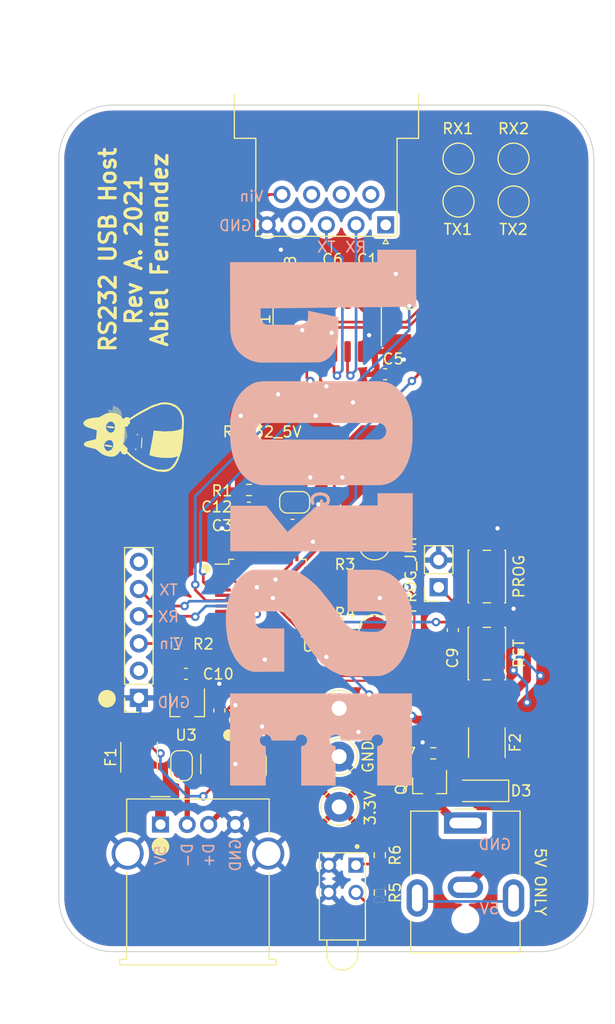
<source format=kicad_pcb>
(kicad_pcb (version 20210228) (generator pcbnew)
  (layers (0 "F.Cu" signal) (31 "B.Cu" signal) (34 "B.Paste" user) (35 "F.Paste" user) (36 "B.SilkS" user "B.Silkscreen") (37 "F.SilkS" user "F.Silkscreen") (38 "B.Mask" user) (39 "F.Mask" user) (44 "Edge.Cuts" user))
  (net 0 "")
  (net 1 "Net-(C1-Pad2)")
  (net 2 "Net-(C1-Pad1)")
  (net 3 "Net-(C2-Pad2)")
  (net 4 "GND")
  (net 5 "Net-(C12-Pad1)")
  (net 6 "+3V3")
  (net 7 "Net-(C6-Pad2)")
  (net 8 "Net-(C6-Pad1)")
  (net 9 "Net-(C7-Pad1)")
  (net 10 "Net-(C8-Pad1)")
  (net 11 "RESET")
  (net 12 "+5V")
  (net 14 "TX_2")
  (net 15 "RX_2")
  (net 16 "Net-(CONN1-Pad3)")
  (net 18 "Net-(D1-Pad3)")
  (net 19 "Net-(D3-Pad2)")
  (net 20 "Net-(D3-Pad1)")
  (net 21 "Net-(F1-Pad1)")
  (net 22 "Net-(J1-Pad10)")
  (net 23 "Net-(J1-Pad9)")
  (net 24 "Net-(J1-Pad8)")
  (net 25 "Net-(J1-Pad7)")
  (net 26 "Net-(J1-Pad6)")
  (net 27 "Net-(J1-Pad5)")
  (net 28 "Net-(J1-Pad4)")
  (net 29 "Net-(J1-Pad3)")
  (net 30 "Net-(J1-Pad2)")
  (net 31 "Net-(J1-Pad1)")
  (net 32 "Net-(J2-Pad9)")
  (net 37 "TX_RS232_1")
  (net 38 "RX_RS232_1")
  (net 40 "TX_RS232_2")
  (net 41 "RX_RS232_2")
  (net 42 "Net-(J4-Pad3)")
  (net 43 "Net-(J4-Pad2)")
  (net 44 "unconnected-(J5-PadMP)")
  (net 45 "Net-(J5-Pad1)")
  (net 46 "D+")
  (net 47 "D-")
  (net 48 "Net-(R3-Pad1)")
  (net 49 "Net-(R4-Pad2)")
  (net 50 "DEBUG")
  (net 51 "PROG")
  (net 52 "RX_1")
  (net 53 "TX_1")
  (net 78 "Net-(R6-Pad2)")
  (footprint "Capacitor_SMD:C_0603_1608Metric" (layer "F.Cu") (at 120.5 105.5 90)
    (fp_text reference "C11")
    (fp_text value "1u")
  )
  (footprint "Icons:Cat" (layer "F.Cu") (at 112.5 80 90)
    (fp_text reference "G***" hide)
    (fp_text value "LOGO" hide)
  )
  (footprint "TestPoint:TestPoint_Pad_D2.5mm" (layer "F.Cu") (at 142.85 58 -90)
    (fp_text reference "TX1")
    (fp_text value "TX1")
  )
  (footprint "Fuse:Fuse_1812_4532Metric" (layer "F.Cu") (at 145.5 108.5 -90)
    (fp_text reference "F2")
    (fp_text value "Polyfuse")
  )
  (footprint "Package_TO_SOT_SMD:SOT-23" (layer "F.Cu") (at 140.154 112.5 -90)
    (fp_text reference "Q1")
    (fp_text value "SI2301CDS-T1-GE3")
  )
  (footprint "TestPoint:TestPoint_Pad_D2.5mm" (layer "F.Cu") (at 142.85 54 -90)
    (fp_text reference "RX1")
    (fp_text value "RX1")
  )
  (footprint "TestPoint:TestPoint_Loop_D2.60mm_Drill1.4mm_Beaded" (layer "F.Cu") (at 131.7 109.8 90)
    (fp_text reference "GND")
    (fp_text value "GND")
  )
  (footprint "Jumper:SolderJumper-2_P1.3mm_Open_RoundedPad1.0x1.5mm" (layer "F.Cu") (at 124.525 81.946 90)
    (fp_text reference "RS232_5V")
    (fp_text value "Jumper_NO_Small")
  )
  (footprint "TestPoint:TestPoint_Loop_D2.60mm_Drill1.4mm_Beaded" (layer "F.Cu") (at 131.7 114.5 90)
    (fp_text reference "3.3V")
    (fp_text value "3.3V")
  )
  (footprint "Jumper:SolderJumper-2_P1.3mm_Open_RoundedPad1.0x1.5mm" (layer "F.Cu") (at 127.54 86.07 180)
    (fp_text reference "JP1" hide)
    (fp_text value "Jumper_NO_Small")
  )
  (footprint "Package_TO_SOT_SMD:SOT-23-6" (layer "F.Cu") (at 120.38 110.5 -90)
    (fp_text reference "U4")
    (fp_text value "USBLC6-2SC6")
  )
  (footprint "Diode_SMD:D_MiniMELF" (layer "F.Cu") (at 145 113 180)
    (fp_text reference "D3")
    (fp_text value "ZMMxx")
  )
  (footprint "Connector_USB:USB_A_Molex_67643_Horizontal" (layer "F.Cu") (at 115 116.14)
    (fp_text reference "J4" hide)
    (fp_text value "USB_A")
  )
  (footprint "Capacitor_SMD:C_0603_1608Metric" (layer "F.Cu") (at 128.58 64.025 90)
    (fp_text reference "C8")
    (fp_text value "1u")
  )
  (footprint "Resistor_SMD:R_0603_1608Metric" (layer "F.Cu") (at 133 95 180)
    (fp_text reference "R4")
    (fp_text value "0")
  )
  (footprint "Resistor_SMD:R_0603_1608Metric" (layer "F.Cu") (at 135.5 119 -90)
    (fp_text reference "R6")
    (fp_text value "160")
  )
  (footprint "Jumper:SolderJumper-2_P1.3mm_Open_RoundedPad1.0x1.5mm" (layer "F.Cu") (at 123.88 110.65 90)
    (fp_text reference "JP3" hide)
    (fp_text value "Jumper_NO_Small")
  )
  (footprint "Capacitor_SMD:C_0603_1608Metric" (layer "F.Cu") (at 142.326 98 -90)
    (fp_text reference "C9")
    (fp_text value "0.1u")
  )
  (footprint "Capacitor_SMD:C_0603_1608Metric" (layer "F.Cu") (at 134.33 64.775 180)
    (fp_text reference "C1")
    (fp_text value "1u")
  )
  (footprint "Connector_PinSocket_2.54mm:PinSocket_1x02_P2.54mm_Vertical" (layer "F.Cu") (at 141 94 180)
    (fp_text reference "PROG_JMP")
    (fp_text value "PROG")
  )
  (footprint "LED_WP934MD:2GD" (layer "F.Cu") (at 132 122.8525 -90)
    (fp_text reference "D1")
    (fp_text value "WP934MD/2GD")
  )
  (footprint "Capacitor_SMD:C_0603_1608Metric" (layer "F.Cu") (at 131.08 64.775 180)
    (fp_text reference "C6")
    (fp_text value "1u")
  )
  (footprint "TestPoint:TestPoint_Pad_D2.5mm" (layer "F.Cu") (at 135 90)
    (fp_text reference "TP9" hide)
    (fp_text value "D-")
  )
  (footprint "Capacitor_SMD:C_0603_1608Metric" (layer "F.Cu") (at 136 76.121 180)
    (fp_text reference "C4")
    (fp_text value "2.2u")
  )
  (footprint "TestPoint:TestPoint_Loop_D2.60mm_Drill1.4mm_Beaded" (layer "F.Cu") (at 131.7 105.3 90)
    (fp_text reference "5V")
    (fp_text value "5V")
  )
  (footprint "Capacitor_SMD:C_0603_1608Metric" (layer "F.Cu") (at 136 74.121)
    (fp_text reference "C5")
    (fp_text value "0.1u")
  )
  (footprint "Jumper:SolderJumper-2_P1.3mm_Open_RoundedPad1.0x1.5mm" (layer "F.Cu") (at 116.968 110.648 90)
    (fp_text reference "JP4" hide)
    (fp_text value "Jumper_NO_Small")
  )
  (footprint "Package_TO_SOT_SMD:SOT-23W" (layer "F.Cu") (at 117.5 105 -90)
    (fp_text reference "U3")
    (fp_text value "XC6206")
  )
  (footprint "Resistor_SMD:R_0603_1608Metric" (layer "F.Cu") (at 116.5 99.25 180)
    (fp_text reference "R2")
    (fp_text value "0")
  )
  (footprint "Capacitor_SMD:C_0603_1608Metric" (layer "F.Cu") (at 117.373 102.079)
    (fp_text reference "C10")
    (fp_text value "1u")
  )
  (footprint "Package_SO:SOIC-16_3.9x9.9mm_P1.27mm" (layer "F.Cu") (at 130.58 69.525 -90)
    (fp_text reference "U1")
    (fp_text value "MAX3232")
  )
  (footprint "TestPoint:TestPoint_Pad_D2.5mm" (layer "F.Cu") (at 135 98)
    (fp_text reference "TP8" hide)
    (fp_text value "D+")
  )
  (footprint "Fuse:Fuse_1812_4532Metric" (layer "F.Cu") (at 113 109.8625 90)
    (fp_text reference "F1")
    (fp_text value "Polyfuse")
  )
  (footprint "Capacitor_SMD:C_0603_1608Metric" (layer "F.Cu") (at 123.263 86.574 180)
    (fp_text reference "C12")
    (fp_text value "0.1u")
  )
  (footprint "Button_Switch_SMD:SW_SPST_EVQP2" (layer "F.Cu") (at 145.5 93 90)
    (fp_text reference "SW1" hide)
    (fp_text value "PROG")
  )
  (footprint "Capacitor_SMD:C_0603_1608Metric" (layer "F.Cu") (at 136.83 67.275 90)
    (fp_text reference "C7")
    (fp_text value "1u")
  )
  (footprint "Resistor_SMD:R_0603_1608Metric" (layer "F.Cu") (at 133 93.3)
    (fp_text reference "R3")
    (fp_text value "0")
  )
  (footprint "Button_Switch_SMD:SW_SPST_EVQP2" (layer "F.Cu") (at 145.504 100.188 90)
    (fp_text reference "SW2" hide)
    (fp_text value "RST")
  )
  (footprint "Connector_Dsub:DSUB-9_Male_Horizontal_P2.77x2.84mm_EdgePinOffset9.40mm" (layer "F.Cu") (at 136.05 60.180331 180)
    (fp_text reference "J2" hide)
    (fp_text value "DB9_Male")
  )
  (footprint "Package_QFP:LQFP-48_7x7mm_P0.5mm" (layer "F.Cu") (at 125 95)
    (fp_text reference "U2")
    (fp_text value "CH559L")
  )
  (footprint "Resistor_SMD:R_0603_1608Metric" (layer "F.Cu") (at 135.5 122.5 -90)
    (fp_text reference "R5")
    (fp_text value "160")
  )
  (footprint "Capacitor_SMD:C_0603_1608Metric" (layer "F.Cu") (at 127.34 88.17 180)
    (fp_text reference "C2")
    (fp_text value "0.1u")
  )
  (footprint "Connector_PinSocket_2.54mm:PinSocket_1x06_P2.54mm_Vertical" (layer "F.Cu") (at 112.975 104.325 180)
    (fp_text reference "CONN1" hide)
    (fp_text value "FTDI_Connector")
  )
  (footprint "Connector_BarrelJack:BarrelJack_CUI_PJ-063AH_Horizontal" (layer "F.Cu") (at 143.5 116)
    (fp_text reference "J5" hide)
    (fp_text value "5V_IN")
  )
  (footprint "Capacitor_SMD:C_0603_1608Metric" (layer "F.Cu") (at 123.275484 88.17 180)
    (fp_text reference "C3")
    (fp_text value "10u")
  )
  (footprint "Resistor_SMD:R_0603_1608Metric" (layer "F.Cu") (at 140.5 109.5 180)
    (fp_text reference "R7")
    (fp_text value "100")
  )
  (footprint "Resistor_SMD:R_0603_1608Metric" (layer "F.Cu") (at 123.275484 84.923)
    (fp_text reference "R1")
    (fp_text value "0")
  )
  (footprint "TestPoint:TestPoint_Pad_D2.5mm" (layer "F.Cu") (at 148 54)
    (fp_text reference "RX2")
    (fp_text value "RX2")
  )
  (footprint "TestPoint:TestPoint_Pad_D2.5mm" (layer "F.Cu") (at 148 58)
    (fp_text reference "TX2")
    (fp_text value "TX2")
  )
  (footprint "Icons:Poise" (layer "B.Cu") (at 130 87.5 -90)
    (fp_text reference "G***")
    (fp_text value "LOGO" hide)
  )
  (gr_circle (center 119.25 92.25) (end 119.603553 92.25) (layer "F.SilkS") (width 0.2) (fill solid))
  (gr_circle (center 135.8 65.6) (end 136 65.6) (layer "F.SilkS") (width 0.2) (fill solid))
  (gr_circle (center 115 118.2) (end 115.72111 118.2) (layer "F.SilkS") (width 0.2) (fill solid))
  (gr_circle (center 110 104.4) (end 110.72111 104.4) (layer "F.SilkS") (width 0.2) (fill solid))
  (gr_circle (center 121.4 107.8) (end 121.847214 107.8) (layer "F.SilkS") (width 0.2) (fill solid))
  (gr_line (start 150.5 49) (end 110.5 49) (layer "Edge.Cuts") (width 0.1))
  (gr_line (start 105.5 123) (end 105.5 54) (layer "Edge.Cuts") (width 0.1))
  (gr_arc (start 150.5 123) (end 150.5 128) (angle -90) (layer "Edge.Cuts") (width 0.1))
  (gr_line (start 155.5 54) (end 155.5 123) (layer "Edge.Cuts") (width 0.1))
  (gr_line (start 150.5 128) (end 110.5 128) (layer "Edge.Cuts") (width 0.1))
  (gr_arc (start 150.5 54) (end 155.5 54) (angle -90) (layer "Edge.Cuts") (width 0.1))
  (gr_arc (start 110.5 54) (end 110.5 49) (angle -90) (layer "Edge.Cuts") (width 0.1))
  (gr_arc (start 110.5 123) (end 110.5 128) (angle 90) (layer "Edge.Cuts") (width 0.1))
  (gr_text "TX" (at 115.75 94.25) (layer "B.SilkS") (effects (font (size 1 1)) (justify mirror)))
  (gr_text "Vin" (at 116 99.25) (layer "B.SilkS") (effects (font (size 1 1)) (justify mirror)))
  (gr_text "5V" (at 145.75 124) (layer "B.SilkS") (effects (font (size 1 1)) (justify mirror)))
  (gr_text "D-" (at 117.5 119 90) (layer "B.SilkS") (effects (font (size 1 1)) (justify mirror)))
  (gr_text "RX" (at 133.25 62.25) (layer "B.SilkS") (effects (font (size 1 1)) (justify mirror)))
  (gr_text "D+" (at 119.5 119 90) (layer "B.SilkS") (effects (font (size 1 1)) (justify mirror)))
  (gr_text "GND" (at 146.25 118) (layer "B.SilkS") (effects (font (size 1 1)) (justify mirror)))
  (gr_text "RX" (at 115.75 96.75) (layer "B.SilkS") (effects (font (size 1 1)) (justify mirror)))
  (gr_text "GND" (at 122 119 90) (layer "B.SilkS") (effects (font (size 1 1)) (justify mirror)))
  (gr_text "Vin" (at 123.5 57.5) (layer "B.SilkS") (effects (font (size 1 1)) (justify mirror)))
  (gr_text "GND" (at 122 60.25) (layer "B.SilkS") (effects (font (size 1 1)) (justify mirror)))
  (gr_text "GND" (at 116.25 104.75) (layer "B.SilkS") (effects (font (size 1 1)) (justify mirror)))
  (gr_text "TX" (at 130.5 62.25) (layer "B.SilkS") (effects (font (size 1 1)) (justify mirror)))
  (gr_text "5V" (at 115 119 90) (layer "B.SilkS") (effects (font (size 1 1)) (justify mirror)))
  (gr_text "RS232 USB Host\nRev A. 2021\nAbiel Fernandez" (at 112.5 62.5 90) (layer "F.SilkS") (effects (font (size 1.5 1.5) (thickness 0.3))))
  (gr_text "5V ONLY" (at 150.5 121.5 -90) (layer "F.SilkS") (effects (font (size 1 1))))
  (segment (start 132.485 67.05) (end 132.485 65.845) (width 0.25) (layer "F.Cu") (net 1))
  (segment (start 132.485 65.845) (end 133.555 64.775) (width 0.25) (layer "F.Cu") (net 1))
  (segment (start 135.105 66.97) (end 135.025 67.05) (width 0.25) (layer "F.Cu") (net 2))
  (segment (start 135.105 64.775) (end 135.105 66.97) (width 0.25) (layer "F.Cu") (net 2))
  (segment (start 126.565 88.17) (end 126.565 88.435) (width 0.25) (layer "F.Cu") (net 3))
  (segment (start 126.565 88.17) (end 126.565 86.395) (width 0.25) (layer "F.Cu") (net 3))
  (segment (start 126.565 88.435) (end 125.75 89.25) (width 0.25) (layer "F.Cu") (net 3))
  (segment (start 125.75 89.25) (end 125.75 90.8375) (width 0.25) (layer "F.Cu") (net 3))
  (segment (start 126.565 86.395) (end 126.89 86.07) (width 0.25) (layer "F.Cu") (net 3))
  (segment (start 146.5 90.42) (end 146.5 88.5) (width 0.25) (layer "F.Cu") (net 4))
  (segment (start 120.5 104.725) (end 120.5 103) (width 1) (layer "F.Cu") (net 4))
  (segment (start 119.575 103.8) (end 120.5 104.725) (width 1) (layer "F.Cu") (net 4))
  (segment (start 147.58 95.58) (end 148 96) (width 0.25) (layer "F.Cu") (net 4))
  (segment (start 118.148 103.498) (end 118.45 103.8) (width 1) (layer "F.Cu") (net 4))
  (segment (start 139.5 108.4745) (end 139.5 109.325) (width 0.25) (layer "F.Cu") (net 4))
  (segment (start 128.115 88.17) (end 129.75 86.535) (width 1) (layer "F.Cu") (net 4))
  (segment (start 120.38 109.4) (end 120.38 110.18) (width 0.25) (layer "F.Cu") (net 4))
  (segment (start 121.08 88.17) (end 120.75 88.5) (width 1) (layer "F.Cu") (net 4))
  (segment (start 127 63.25) (end 126.25 62.5) (width 1) (layer "F.Cu") (net 4))
  (segment (start 122.500484 88.17) (end 121.08 88.17) (width 1) (layer "F.Cu") (net 4))
  (segment (start 118.148 102.079) (end 118.148 103.498) (width 1) (layer "F.Cu") (net 4))
  (segment (start 122.488 88.157516) (end 122.500484 88.17) (width 1) (layer "F.Cu") (net 4))
  (segment (start 139.5 109.325) (end 139.675 109.5) (width 0.25) (layer "F.Cu") (net 4))
  (segment (start 133.755 72) (end 133.755 71.2195) (width 0.25) (layer "F.Cu") (net 4))
  (segment (start 133.755 71.2195) (end 134.5 70.4745) (width 0.25) (layer "F.Cu") (net 4))
  (segment (start 136.775 76.121) (end 136.775 74.121) (width 0.25) (layer "F.Cu") (net 4))
  (segment (start 136.775 73.725) (end 137.75 72.75) (width 0.25) (layer "F.Cu") (net 4))
  (segment (start 128.58 63.25) (end 127 63.25) (width 1) (layer "F.Cu") (net 4))
  (segment (start 120.7 110.5) (end 122 110.5) (width 0.25) (layer "F.Cu") (net 4))
  (segment (start 136.775 74.121) (end 136.775 73.725) (width 0.25) (layer "F.Cu") (net 4))
  (segment (start 136.83 66.5) (end 136.83 64.92) (width 1) (layer "F.Cu") (net 4))
  (segment (start 129.75 86.535) (end 129.75 86.25) (width 1) (layer "F.Cu") (net 4))
  (segment (start 124.75 99.1625) (end 124.75 100.75) (width 0.25) (layer "F.Cu") (net 4))
  (segment (start 122.488 86.574) (end 122.488 88.157516) (width 1) (layer "F.Cu") (net 4))
  (segment (start 146.5 95.58) (end 147.58 95.58) (width 0.25) (layer "F.Cu") (net 4))
  (segment (start 136.83 64.92) (end 137 64.75) (width 1) (layer "F.Cu") (net 4))
  (segment (start 118.45 103.8) (end 119.575 103.8) (width 1) (layer "F.Cu") (net 4))
  (segment (start 120.38 110.18) (end 120.7 110.5) (width 0.25) (layer "F.Cu") (net 4))
  (via (at 129.75 86.25) (size 0.8) (drill 0.4) (layers "F.Cu" "B.Cu") (net 4))
  (via (at 126.25 62.5) (size 0.8) (drill 0.4) (layers "F.Cu" "B.Cu") (net 4))
  (via (at 134.5 70.4745) (size 0.8) (drill 0.4) (layers "F.Cu" "B.Cu") (net 4))
  (via (at 120.5 103) (size 0.8) (drill 0.4) (layers "F.Cu" "B.Cu") (net 4))
  (via (at 122 110.5) (size 0.8) (drill 0.4) (layers "F.Cu" "B.Cu") (net 4))
  (via (at 120.75 88.5) (size 0.8) (drill 0.4) (layers "F.Cu" "B.Cu") (net 4))
  (via (at 148 96) (size 0.8) (drill 0.4) (layers "F.Cu" "B.Cu") (net 4))
  (via (at 137.75 72.75) (size 0.8) (drill 0.4) (layers "F.Cu" "B.Cu") (net 4))
  (via (at 137 64.75) (size 0.8) (drill 0.4) (layers "F.Cu" "B.Cu") (net 4))
  (via (at 146.5 88.5) (size 0.8) (drill 0.4) (layers "F.Cu" "B.Cu") (net 4))
  (via (at 124.75 100.75) (size 0.8) (drill 0.4) (layers "F.Cu" "B.Cu") (net 4))
  (via (at 139.5 108.4745) (size 0.8) (drill 0.4) (layers "F.Cu" "B.Cu") (net 4))
  (segment (start 124.42 88.17) (end 125.25 89) (width 0.25) (layer "F.Cu") (net 5))
  (segment (start 124.050484 88.17) (end 124.050484 86.586484) (width 0.25) (layer "F.Cu") (net 5))
  (segment (start 124.038 84.985484) (end 124.100484 84.923) (width 0.25) (layer "F.Cu") (net 5))
  (segment (start 124.038 86.574) (end 124.038 84.985484) (width 0.25) (layer "F.Cu") (net 5))
  (segment (start 124.050484 86.586484) (end 124.038 86.574) (width 0.25) (layer "F.Cu") (net 5))
  (segment (start 125.25 89) (end 125.25 90.8375) (width 0.25) (layer "F.Cu") (net 5))
  (segment (start 124.050484 88.17) (end 124.42 88.17) (width 0.25) (layer "F.Cu") (net 5))
  (segment (start 133 76.75) (end 134.596 76.75) (width 1) (layer "F.Cu") (net 6))
  (segment (start 142.326 104.326) (end 142.5 104.5) (width 0.25) (layer "F.Cu") (net 6))
  (segment (start 116.598 102.079) (end 116.598 103.752) (width 1) (layer "F.Cu") (net 6))
  (segment (start 134.596 76.75) (end 135.225 76.121) (width 1) (layer "F.Cu") (net 6))
  (segment (start 142.5 104.5) (end 144.772 104.5) (width 0.25) (layer "F.Cu") (net 6))
  (segment (start 116.598 103.752) (end 116.55 103.8) (width 1) (layer "F.Cu") (net 6))
  (segment (start 146.982 102.768) (end 148 101.75) (width 0.25) (layer "F.Cu") (net 6))
  (segment (start 122.450484 78.049516) (end 122.5 78) (width 1) (layer "F.Cu") (net 6))
  (segment (start 146.504 102.768) (end 146.982 102.768) (width 0.25) (layer "F.Cu") (net 6))
  (segment (start 122.450484 84.923) (end 122.450484 78.049516) (width 1) (layer "F.Cu") (net 6))
  (segment (start 127.5 76) (end 129.5 78) (width 1) (layer "F.Cu") (net 6))
  (segment (start 142.326 98.775) (end 142.326 104.326) (width 0.25) (layer "F.Cu") (net 6))
  (segment (start 144.772 104.5) (end 146.504 102.768) (width 0.25) (layer "F.Cu") (net 6))
  (segment (start 126 76) (end 127.5 76) (width 1) (layer "F.Cu") (net 6))
  (segment (start 148 101.75) (end 148 100.5) (width 0.25) (layer "F.Cu") (net 6))
  (via (at 148 100.5) (size 0.8) (drill 0.4) (layers "F.Cu" "B.Cu") (net 6))
  (via (at 149.25 104.75) (size 0.8) (drill 0.4) (layers "F.Cu" "B.Cu") (net 6))
  (via (at 150.5 102.25) (size 0.8) (drill 0.4) (layers "F.Cu" "B.Cu") (net 6))
  (via (at 122.5 78) (size 0.8) (drill 0.4) (layers "F.Cu" "B.Cu") (net 6))
  (via (at 133 76.75) (size 0.8) (drill 0.4) (layers "F.Cu" "B.Cu") (net 6))
  (via (at 148 101.75) (size 0.8) (drill 0.4) (layers "F.Cu" "B.Cu") (net 6))
  (via (at 129.5 78) (size 0.8) (drill 0.4) (layers "F.Cu" "B.Cu") (net 6))
  (via (at 126 76) (size 0.8) (drill 0.4) (layers "F.Cu" "B.Cu") (net 6))
  (segment (start 131.75 78) (end 133 76.75) (width 1) (layer "B.Cu") (net 6))
  (segment (start 148 101.75) (end 149.25 103) (width 0.25) (layer "B.Cu") (net 6))
  (segment (start 124 78) (end 126 76) (width 1) (layer "B.Cu") (net 6))
  (segment (start 129.5 78) (end 131.75 78) (width 1) (layer "B.Cu") (net 6))
  (segment (start 122.5 78) (end 124 78) (width 1) (layer "B.Cu") (net 6))
  (segment (start 149.25 103) (end 149.25 104.75) (width 0.25) (layer "B.Cu") (net 6))
  (segment (start 148 100.5) (end 148.75 100.5) (width 0.25) (layer "B.Cu") (net 6))
  (segment (start 148.75 100.5) (end 150.5 102.25) (width 0.25) (layer "B.Cu") (net 6))
  (segment (start 130.305 66.69) (end 130.305 64.775) (width 0.25) (layer "F.Cu") (net 7))
  (segment (start 129.945 67.05) (end 130.305 66.69) (width 0.25) (layer "F.Cu") (net 7))
  (segment (start 130.305 66.69) (end 130.305 66.195) (width 0.25) (layer "F.Cu") (net 7))
  (segment (start 131.215 65.415) (end 131.855 64.775) (width 0.25) (layer "F.Cu") (net 8))
  (segment (start 131.215 67.05) (end 131.215 65.415) (width 0.25) (layer "F.Cu") (net 8))
  (segment (start 134.07952 68.34952) (end 136.53048 68.34952) (width 0.25) (layer "F.Cu") (net 9))
  (segment (start 136.53048 68.34952) (end 136.83 68.05) (width 0.25) (layer "F.Cu") (net 9))
  (segment (start 133.755 68.025) (end 134.07952 68.34952) (width 0.25) (layer "F.Cu") (net 9))
  (segment (start 133.755 67.05) (end 133.755 68.025) (width 0.25) (layer "F.Cu") (net 9))
  (segment (start 128.58 64.8) (end 128.58 66.955) (width 0.25) (layer "F.Cu") (net 10))
  (segment (start 128.58 66.955) (end 128.675 67.05) (width 0.25) (layer "F.Cu") (net 10))
  (segment (start 142.301 97.25) (end 142.326 97.225) (width 0.25) (layer "F.Cu") (net 11))
  (segment (start 142.709 97.608) (end 142.326 97.225) (width 0.25) (layer "F.Cu") (net 11))
  (segment (start 120.8375 93.25) (end 121.75 93.25) (width 0.25) (layer "F.Cu") (net 11))
  (segment (start 144.504 97.608) (end 142.709 97.608) (width 0.25) (layer "F.Cu") (net 11))
  (segment (start 144.504 102.768) (end 144.504 97.608) (width 0.25) (layer "F.Cu") (net 11))
  (segment (start 140.75 97.25) (end 142.301 97.25) (width 0.25) (layer "F.Cu") (net 11))
  (segment (start 121.75 93.25) (end 123.5 95) (width 0.25) (layer "F.Cu") (net 11))
  (segment (start 123.5 95) (end 125.5 95) (width 0.25) (layer "F.Cu") (net 11))
  (via (at 125.5 95) (size 0.8) (drill 0.4) (layers "F.Cu" "B.Cu") (net 11))
  (via (at 140.75 97.25) (size 0.8) (drill 0.4) (layers "F.Cu" "B.Cu") (net 11))
  (segment (start 127.75 97.25) (end 140.75 97.25) (width 0.25) (layer "B.Cu") (net 11))
  (segment (start 125.5 95) (end 127.75 97.25) (width 0.25) (layer "B.Cu") (net 11))
  (segment (start 125 107.5) (end 124.5 107) (width 0.75) (layer "F.Cu") (net 12))
  (segment (start 116.85 106.85) (end 117.5 106.2) (width 1) (layer "F.Cu") (net 12))
  (segment (start 145.5 106.3625) (end 138.8625 106.3625) (width 0.75) (layer "F.Cu") (net 12))
  (segment (start 117.425 106.275) (end 116.85 106.85) (width 1) (layer "F.Cu") (net 12))
  (segment (start 128.19 84.56) (end 128.19 86.07) (width 0.75) (layer "F.Cu") (net 12))
  (segment (start 115 109.5) (end 114.775 109.5) (width 0.25) (layer "F.Cu") (net 12))
  (segment (start 133.5 107.5) (end 125 107.5) (width 0.75) (layer "F.Cu") (net 12))
  (segment (start 149.25 85.5) (end 145.25 81.5) (width 0.75) (layer "F.Cu") (net 12))
  (segment (start 122 102.9804) (end 118.2696 99.25) (width 0.75) (layer "F.Cu") (net 12))
  (segment (start 149.25 102.6125) (end 149.25 85.5) (width 0.75) (layer "F.Cu") (net 12))
  (segment (start 114.775 109.5) (end 113 107.725) (width 0.25) (layer "F.Cu") (net 12))
  (segment (start 128.19 86.07) (end 128.19 85.130728) (width 1) (layer "F.Cu") (net 12))
  (segment (start 138.8625 106.3625) (end 138.5 106) (width 0.75) (layer "F.Cu") (net 12))
  (segment (start 125.655272 82.596) (end 124.525 82.596) (width 1) (layer "F.Cu") (net 12))
  (segment (start 115.975 107.725) (end 116.85 106.85) (width 1) (layer "F.Cu") (net 12))
  (segment (start 122 105) (end 120.725 106.275) (width 0.75) (layer "F.Cu") (net 12))
  (segment (start 133.75 81.5) (end 132 83.25) (width 0.75) (layer "F.Cu") (net 12))
  (segment (start 132 83.25) (end 132 83.75) (width 0.75) (layer "F.Cu") (net 12))
  (segment (start 113 107.725) (end 115.975 107.725) (width 1) (layer "F.Cu") (net 12))
  (segment (start 145.25 81.5) (end 133.75 81.5) (width 0.75) (layer "F.Cu") (net 12))
  (segment (start 128.19 85.130728) (end 125.655272 82.596) (width 1) (layer "F.Cu") (net 12))
  (segment (start 120.38 111.6) (end 120.38 112.12) (width 0.25) (layer "F.Cu") (net 12))
  (segment (start 120.38 112.12) (end 119 113.5) (width 0.25) (layer "F.Cu") (net 12))
  (segment (start 120.5 106.275) (end 117.425 106.275) (width 1) (layer "F.Cu") (net 12))
  (segment (start 129 83.75) (end 128.19 84.56) (width 0.75) (layer "F.Cu") (net 12))
  (segment (start 122 105) (end 122 102.9804) (width 0.75) (layer "F.Cu") (net 12))
  (segment (start 120.725 106.275) (end 120.5 106.275) (width 0.75) (layer "F.Cu") (net 12))
  (segment (start 118.2696 99.25) (end 117.325 99.25) (width 0.75) (layer "F.Cu") (net 12))
  (segment (start 145.5 106.3625) (end 149.25 102.6125) (width 0.75) (layer "F.Cu") (net 12))
  (via (at 119 113.5) (size 0.8) (drill 0.4) (layers "F.Cu" "B.Cu") (net 12))
  (via (at 115 109.5) (size 0.8) (drill 0.4) (layers "F.Cu" "B.Cu") (net 12))
  (via (at 124.5 107) (size 0.8) (drill 0.4) (layers "F.Cu" "B.Cu") (net 12))
  (via (at 122 105) (size 0.8) (drill 0.4) (layers "F.Cu" "B.Cu") (net 12))
  (via (at 132 83.75) (size 0.8) (drill 0.4) (layers "F.Cu" "B.Cu") (net 12))
  (via (at 138.5 106) (size 0.8) (drill 0.4) (layers "F.Cu" "B.Cu") (net 12))
  (via (at 129 83.75) (size 0.8) (drill 0.4) (layers "F.Cu" "B.Cu") (net 12))
  (via (at 133.5 107.5) (size 0.8) (drill 0.4) (layers "F.Cu" "B.Cu") (net 12))
  (segment (start 135 106) (end 133.5 107.5) (width 0.75) (layer "B.Cu") (net 12))
  (segment (start 122.5 105) (end 122 105) (width 0.75) (layer "B.Cu") (net 12))
  (segment (start 138.5 106) (end 135 106) (width 0.75) (layer "B.Cu") (net 12))
  (segment (start 117.5 113.5) (end 119 113.5) (width 0.25) (layer "B.Cu") (net 12))
  (segment (start 115 111) (end 117.5 113.5) (width 0.25) (layer "B.Cu") (net 12))
  (segment (start 124.5 107) (end 122.5 105) (width 0.75) (layer "B.Cu") (net 12))
  (segment (start 135 106) (end 132.4 106) (width 0.75) (layer "B.Cu") (net 12))
  (segment (start 132.4 106) (end 131.7 105.3) (width 0.75) (layer "B.Cu") (net 12))
  (segment (start 115 109.5) (end 115 111) (width 0.25) (layer "B.Cu") (net 12))
  (segment (start 132 83.75) (end 129 83.75) (width 0.75) (layer "B.Cu") (net 12))
  (segment (start 138.135718 69.75) (end 131.5 69.75) (width 0.25) (layer "F.Cu") (net 14))
  (segment (start 139.067859 68.817859) (end 139.067859 74.182141) (width 0.25) (layer "F.Cu") (net 14))
  (segment (start 148 58) (end 148 59.885717) (width 0.25) (layer "F.Cu") (net 14))
  (segment (start 112.975 94.165) (end 114.56 95.75) (width 0.25) (layer "F.Cu") (net 14))
  (segment (start 139.067859 74.182141) (end 138.5 74.75) (width 0.25) (layer "F.Cu") (net 14))
  (segment (start 129.25 89.75) (end 128.8375 89.75) (width 0.25) (layer "F.Cu") (net 14))
  (segment (start 128.25 70) (end 127.405 70.845) (width 0.25) (layer "F.Cu") (net 14))
  (segment (start 148 59.885717) (end 139.067859 68.817859) (width 0.25) (layer "F.Cu") (net 14))
  (segment (start 131.5 69.75) (end 131 70.25) (width 0.25) (layer "F.Cu") (net 14))
  (segment (start 139.067859 68.817859) (end 138.135718 69.75) (width 0.25) (layer "F.Cu") (net 14))
  (segment (start 114.56 95.75) (end 117.25 95.75) (width 0.25) (layer "F.Cu") (net 14))
  (segment (start 127.405 70.845) (end 127.405 72) (width 0.25) (layer "F.Cu") (net 14))
  (segment (start 128.8375 89.75) (end 127.75 90.8375) (width 0.25) (layer "F.Cu") (net 14))
  (via (at 129.25 89.75) (size 0.8) (drill 0.4) (layers "F.Cu" "B.Cu") (net 14))
  (via (at 117.25 95.75) (size 0.8) (drill 0.4) (layers "F.Cu" "B.Cu") (net 14))
  (via (at 128.25 70) (size 0.8) (drill 0.4) (layers "F.Cu" "B.Cu") (net 14))
  (via (at 138.5 74.75) (size 0.8) (drill 0.4) (layers "F.Cu" "B.Cu") (net 14))
  (via (at 131 70.25) (size 0.8) (drill 0.4) (layers "F.Cu" "B.Cu") (net 14))
  (segment (start 117.69952 95.30048) (end 120.991525 95.30048) (width 0.25) (layer "B.Cu") (net 14))
  (segment (start 133.25 85.75) (end 129.25 89.75) (width 0.25) (layer "B.Cu") (net 14))
  (segment (start 123.792005 92.5) (end 127.25 92.5) (width 0.25) (layer "B.Cu") (net 14))
  (segment (start 120.991525 95.30048) (end 123.792005 92.5) (width 0.25) (layer "B.Cu") (net 14))
  (segment (start 133.25 80) (end 133.25 85.75) (width 0.25) (layer "B.Cu") (net 14))
  (segment (start 129.25 90.5) (end 129.25 89.75) (width 0.25) (layer "B.Cu") (net 14))
  (segment (start 128.5 70.25) (end 128.25 70) (width 0.25) (layer "B.Cu") (net 14))
  (segment (start 117.25 95.75) (end 117.69952 95.30048) (width 0.25) (layer "B.Cu") (net 14))
  (segment (start 127.25 92.5) (end 129.25 90.5) (width 0.25) (layer "B.Cu") (net 14))
  (segment (start 131 70.25) (end 128.5 70.25) (width 0.25) (layer "B.Cu") (net 14))
  (segment (start 138.5 74.75) (end 133.25 80) (width 0.25) (layer "B.Cu") (net 14))
  (segment (start 127.22452 90.0534) (end 127.22452 90.81202) (width 0.25) (layer "F.Cu") (net 15))
  (segment (start 136.5 78.25) (end 133.5 78.25) (width 0.25) (layer "F.Cu") (net 15))
  (segment (start 112.975 96.705) (end 118.205 96.705) (width 0.25) (layer "F.Cu") (net 15))
  (segment (start 126.135 72.975) (end 126.135 72) (width 0.25) (layer "F.Cu") (net 15))
  (segment (start 149.574511 65.175489) (end 136.5 78.25) (width 0.25) (layer "F.Cu") (net 15))
  (segment (start 148 54) (end 149.574511 55.574511) (width 0.25) (layer "F.Cu") (net 15))
  (segment (start 133.5 78.25) (end 131.25 80.5) (width 0.25) (layer "F.Cu") (net 15))
  (segment (start 118.205 96.705) (end 118.25 96.75) (width 0.25) (layer "F.Cu") (net 15))
  (segment (start 133.5 78.25) (end 131.41 78.25) (width 0.25) (layer "F.Cu") (net 15))
  (segment (start 125.75 93.2755) (end 127.25 91.7755) (width 0.25) (layer "F.Cu") (net 15))
  (segment (start 131.25 80.5) (end 131.25 86.29421) (width 0.25) (layer "F.Cu") (net 15))
  (segment (start 127.25 91.7755) (end 127.25 90.8375) (width 0.25) (layer "F.Cu") (net 15))
  (segment (start 131.41 78.25) (end 126.135 72.975) (width 0.25) (layer "F.Cu") (net 15))
  (segment (start 127.76873 89.77548) (end 127.50244 89.77548) (width 0.25) (layer "F.Cu") (net 15))
  (segment (start 127.50244 89.77548) (end 127.22452 90.0534) (width 0.25) (layer "F.Cu") (net 15))
  (segment (start 127.22452 90.81202) (end 127.25 90.8375) (width 0.25) (layer "F.Cu") (net 15))
  (segment (start 149.574511 55.574511) (end 149.574511 65.175489) (width 0.25) (layer "F.Cu") (net 15))
  (segment (start 131.25 86.29421) (end 127.76873 89.77548) (width 0.25) (layer "F.Cu") (net 15))
  (via (at 118.25 96.75) (size 0.8) (drill 0.4) (layers "F.Cu" "B.Cu") (net 15))
  (via (at 125.75 93.2755) (size 0.8) (drill 0.4) (layers "F.Cu" "B.Cu") (net 15))
  (segment (start 123.652234 93.275489) (end 125.749989 93.275489) (width 0.25) (layer "B.Cu") (net 15))
  (segment (start 125.749989 93.275489) (end 125.75 93.2755) (width 0.25) (layer "B.Cu") (net 15))
  (segment (start 119.25 95.75) (end 122 95.75) (width 0.25) (layer "B.Cu") (net 15))
  (segment (start 122 94.927723) (end 123.652234 93.275489) (width 0.25) (layer "B.Cu") (net 15))
  (segment (start 122 95.75) (end 122 94.927723) (width 0.25) (layer "B.Cu") (net 15))
  (segment (start 118.25 96.75) (end 119.25 95.75) (width 0.25) (layer "B.Cu") (net 15))
  (segment (start 112.98 99.25) (end 112.975 99.245) (width 0.25) (layer "F.Cu") (net 16))
  (segment (start 115.675 99.25) (end 112.98 99.25) (width 0.25) (layer "F.Cu") (net 16))
  (segment (start 133.27 122.4775) (end 134.1175 123.325) (width 0.25) (layer "F.Cu") (net 18))
  (segment (start 134.1175 123.325) (end 135.5 123.325) (width 0.25) (layer "F.Cu") (net 18))
  (segment (start 147.5 118) (end 147.5 115.5) (width 0.75) (layer "F.Cu") (net 19))
  (segment (start 141.325 109.5) (end 141.325 111.279) (width 0.75) (layer "F.Cu") (net 19))
  (segment (start 144.674511 114.424511) (end 143.25 113) (width 0.75) (layer "F.Cu") (net 19))
  (segment (start 141.104 111.5) (end 141.75 111.5) (width 0.75) (layer "F.Cu") (net 19))
  (segment (start 141.325 111.279) (end 141.104 111.5) (width 0.75) (layer "F.Cu") (net 19))
  (segment (start 146.424511 114.424511) (end 144.674511 114.424511) (width 0.75) (layer "F.Cu") (net 19))
  (segment (start 141.75 111.5) (end 143.25 113) (width 0.75) (layer "F.Cu") (net 19))
  (segment (start 147.5 115.5) (end 146.424511 114.424511) (width 0.75) (layer "F.Cu") (net 19))
  (segment (start 143.5 122) (end 147.5 118) (width 0.75) (layer "F.Cu") (net 19))
  (segment (start 145.5 110.6375) (end 142.3625 107.5) (width 0.75) (layer "F.Cu") (net 20))
  (segment (start 142.3625 107.5) (end 139 107.5) (width 0.75) (layer "F.Cu") (net 20))
  (segment (start 138 110.296) (end 139.204 111.5) (width 0.75) (layer "F.Cu") (net 20))
  (segment (start 138 108.5) (end 138 110.296) (width 0.75) (layer "F.Cu") (net 20))
  (segment (start 139 107.5) (end 138 108.5) (width 0.75) (layer "F.Cu") (net 20))
  (segment (start 146.75 113) (end 146.75 111.8875) (width 0.75) (layer "F.Cu") (net 20))
  (segment (start 146.75 111.8875) (end 145.5 110.6375) (width 0.75) (layer "F.Cu") (net 20))
  (segment (start 115 116.14) (end 115 114) (width 1) (layer "F.Cu") (net 21))
  (segment (start 115 114) (end 113 112) (width 1) (layer "F.Cu") (net 21))
  (segment (start 126.355 57.340331) (end 125.159669 57.340331) (width 0.25) (layer "F.Cu") (net 32))
  (segment (start 123.75 80.521) (end 124.525 81.296) (width 0.25) (layer "F.Cu") (net 32))
  (segment (start 125.159669 57.340331) (end 123.75 58.75) (width 0.25) (layer "F.Cu") (net 32))
  (segment (start 123.75 58.75) (end 123.75 80.521) (width 0.25) (layer "F.Cu") (net 32))
  (segment (start 131.215 72) (end 131.215 73.965) (width 0.25) (layer "F.Cu") (net 37))
  (segment (start 131.215 73.965) (end 131.5 74.25) (width 0.25) (layer "F.Cu") (net 37))
  (via (at 131.5 74.25) (size 0.8) (drill 0.4) (layers "F.Cu" "B.Cu") (net 37))
  (segment (start 130.51 61.76) (end 130.51 60.180331) (width 0.25) (layer "B.Cu") (net 37))
  (segment (start 132 63.25) (end 130.51 61.76) (width 0.25) (layer "B.Cu") (net 37))
  (segment (start 131.5 74.25) (end 132 73.75) (width 0.25) (layer "B.Cu") (net 37))
  (segment (start 132 73.75) (end 132 63.25) (width 0.25) (layer "B.Cu") (net 37))
  (segment (start 132.485 72) (end 132.485 73.985) (width 0.25) (layer "F.Cu") (net 38))
  (segment (start 132.485 73.985) (end 132.75 74.25) (width 0.25) (layer "F.Cu") (net 38))
  (via (at 132.75 74.25) (size 0.8) (drill 0.4) (layers "F.Cu" "B.Cu") (net 38))
  (segment (start 132.75 74.25) (end 133.28 73.72) (width 0.25) (layer "B.Cu") (net 38))
  (segment (start 133.28 73.72) (end 133.28 60.180331) (width 0.25) (layer "B.Cu") (net 38))
  (segment (start 121.33 111.6) (end 121.33 114.31) (width 0.5) (layer "F.Cu") (net 42))
  (segment (start 123.58 111.6) (end 123.88 111.3) (width 0.5) (layer "F.Cu") (net 42))
  (segment (start 121.33 111.6) (end 123.58 111.6) (width 0.5) (layer "F.Cu") (net 42))
  (segment (start 121.33 114.31) (end 119.5 116.14) (width 0.5) (layer "F.Cu") (net 42))
  (segment (start 116.968 111.298) (end 117.5 111.83) (width 0.5) (layer "F.Cu") (net 43))
  (segment (start 117.27 111.6) (end 116.968 111.298) (width 0.5) (layer "F.Cu") (net 43))
  (segment (start 119.43 111.6) (end 117.27 111.6) (width 0.5) (layer "F.Cu") (net 43))
  (segment (start 117.5 111.83) (end 117.5 116.14) (width 0.5) (layer "F.Cu") (net 43))
  (segment (start 139.32452 123.32452) (end 139 123) (width 0.25) (layer "B.Cu") (net 44))
  (segment (start 148 123) (end 147.67548 123.32452) (width 0.25) (layer "B.Cu") (net 44))
  (segment (start 147.67548 123.32452) (end 139.32452 123.32452) (width 0.25) (layer "B.Cu") (net 44))
  (segment (start 142.654 116) (end 140.154 113.5) (width 0.75) (layer "F.Cu") (net 45))
  (segment (start 143.5 116) (end 142.654 116) (width 0.75) (layer "F.Cu") (net 45))
  (segment (start 135 98) (end 135 95.5) (width 0.2) (layer "F.Cu") (net 46))
  (segment (start 138.725 100.5932) (end 138.725 94.9068) (width 0.2) (layer "F.Cu") (net 46))
  (segment (start 136.5932 102.725) (end 138.725 100.5932) (width 0.2) (layer "F.Cu") (net 46))
  (segment (start 135 95.5) (end 134.5 95) (width 0.2) (layer "F.Cu") (net 46))
  (segment (start 126.741397 102.725) (end 136.5932 102.725) (width 0.2) (layer "F.Cu") (net 46))
  (segment (start 121.33 108.136397) (end 126.741397 102.725) (width 0.2) (layer "F.Cu") (net 46))
  (segment (start 138.725 94.9068) (end 138.725 94.725) (width 0.2) (layer "F.Cu") (net 46))
  (segment (start 138.725 94.725) (end 138 94) (width 0.2) (layer "F.Cu") (net 46))
  (segment (start 135.5 95) (end 134.5 95) (width 0.2) (layer "F.Cu") (net 46))
  (segment (start 123.28 109.4) (end 123.88 110) (width 0.2) (layer "F.Cu") (net 46))
  (segment (start 134.5 95) (end 133.825 95) (width 0.2) (layer "F.Cu") (net 46))
  (segment (start 121.33 109.4) (end 121.33 108.136397) (width 0.2) (layer "F.Cu") (net 46))
  (segment (start 121.33 109.4) (end 123.28 109.4) (width 0.2) (layer "F.Cu") (net 46))
  (via (at 135.5 95) (size 0.8) (drill 0.4) (layers "F.Cu" "B.Cu") (net 46))
  (via (at 138 94) (size 0.8) (drill 0.4) (layers "F.Cu" "B.Cu") (net 46))
  (segment (start 136.5 94) (end 135.5 95) (width 0.2) (layer "B.Cu") (net 46))
  (segment (start 138 94) (end 136.5 94) (width 0.2) (layer "B.Cu") (net 46))
  (segment (start 119.43 109.4) (end 119.755489 109.074511) (width 0.2) (layer "F.Cu") (net 47))
  (segment (start 120.259511 108.570489) (end 126.555 102.275) (width 0.2) (layer "F.Cu") (net 47))
  (segment (start 119.755489 108.630391) (end 119.815391 108.570489) (width 0.2) (layer "F.Cu") (net 47))
  (segment (start 119.43 109.4) (end 117.566 109.4) (width 0.2) (layer "F.Cu") (net 47))
  (segment (start 138.275 95.0932) (end 137.983923 95.0932) (width 0.2) (layer "F.Cu") (net 47))
  (segment (start 117.566 109.4) (end 116.968 109.998) (width 0.2) (layer "F.Cu") (net 47))
  (segment (start 119.755489 109.074511) (end 119.755489 108.630391) (width 0.2) (layer "F.Cu") (net 47))
  (segment (start 138.275 100.4068) (end 138.275 95.0932) (width 0.2) (layer "F.Cu") (net 47))
  (segment (start 136.190723 93.3) (end 133.825 93.3) (width 0.2) (layer "F.Cu") (net 47))
  (segment (start 137.983923 95.0932) (end 136.190723 93.3) (width 0.2) (layer "F.Cu") (net 47))
  (segment (start 119.815391 108.570489) (end 120.259511 108.570489) (width 0.2) (layer "F.Cu") (net 47))
  (segment (start 135 92.125) (end 133.825 93.3) (width 0.2) (layer "F.Cu") (net 47))
  (segment (start 135 90) (end 135 92.125) (width 0.2) (layer "F.Cu") (net 47))
  (segment (start 136.4068 102.275) (end 138.275 100.4068) (width 0.2) (layer "F.Cu") (net 47))
  (segment (start 126.555 102.275) (end 136.4068 102.275) (width 0.2) (layer "F.Cu") (net 47))
  (segment (start 132.175 93.3) (end 131.225 94.25) (width 0.25) (layer "F.Cu") (net 48))
  (segment (start 131.225 94.25) (end 129.1625 94.25) (width 0.25) (layer "F.Cu") (net 48))
  (segment (start 131.925 94.75) (end 129.1625 94.75) (width 0.25) (layer "F.Cu") (net 49))
  (segment (start 132.175 95) (end 131.925 94.75) (width 0.25) (layer "F.Cu") (net 49))
  (segment (start 137 106.5) (end 134.5 104) (width 0.25) (layer "F.Cu") (net 50))
  (segment (start 137 120.175) (end 137 113) (width 0.25) (layer "F.Cu") (net 50))
  (segment (start 137 113) (end 137 106.5) (width 0.25) (layer "F.Cu") (net 50))
  (segment (start 125.75 95.75) (end 120.8375 95.75) (width 0.25) (layer "F.Cu") (net 50))
  (segment (start 130.5 100.5) (end 125.75 95.75) (width 0.25) (layer "F.Cu") (net 50))
  (segment (start 135.5 121.675) (end 137 120.175) (width 0.25) (layer "F.Cu") (net 50))
  (via (at 130.5 100.5) (size 0.8) (drill 0.4) (layers "F.Cu" "B.Cu") (net 50))
  (via (at 134.5 104) (size 0.8) (drill 0.4) (layers "F.Cu" "B.Cu") (net 50))
  (segment (start 134.5 104) (end 131 100.5) (width 0.25) (layer "B.Cu") (net 50))
  (segment (start 131 100.5) (end 130.5 100.5) (width 0.25) (layer "B.Cu") (net 50))
  (segment (start 124 94) (end 126.10292 94) (width 0.25) (layer "F.Cu") (net 51))
  (segment (start 124 96.5) (end 123.75 96.75) (width 0.25) (layer "F.Cu") (net 51))
  (segment (start 142.5 83.5) (end 144.5 85.5) (width 0.25) (layer "F.Cu") (net 51))
  (segment (start 144.5 90.42) (end 144.5 95.58) (width 0.25) (layer "F.Cu") (net 51))
  (segment (start 123.75 96.75) (end 123.75 99.1625) (width 0.25) (layer "F.Cu") (net 51))
  (segment (start 126.10292 94) (end 136.60292 83.5) (width 0.25) (layer "F.Cu") (net 51))
  (segment (start 144.5 95.58) (end 142.58 95.58) (width 0.25) (layer "F.Cu") (net 51))
  (segment (start 144.5 85.5) (end 144.5 90.42) (width 0.25) (layer "F.Cu") (net 51))
  (segment (start 142.58 95.58) (end 141 94) (width 0.25) (layer "F.Cu") (net 51))
  (segment (start 136.60292 83.5) (end 142.5 83.5) (width 0.25) (layer "F.Cu") (net 51))
  (via (at 124 96.5) (size 0.8) (drill 0.4) (layers "F.Cu" "B.Cu") (net 51))
  (via (at 124 94) (size 0.8) (drill 0.4) (layers "F.Cu" "B.Cu") (net 51))
  (segment (start 124 94) (end 124 96.5) (width 0.25) (layer "B.Cu") (net 51))
  (segment (start 119.25 93.75) (end 120.8375 93.75) (width 0.25) (layer "F.Cu") (net 52))
  (segment (start 138.25 58.6) (end 138.25 67.75) (width 0.25) (layer "F.Cu") (net 52))
  (segment (start 142.85 54) (end 138.25 58.6) (width 0.25) (layer "F.Cu") (net 52))
  (segment (start 130.5 75.25) (end 129.945 74.695) (width 0.25) (layer "F.Cu") (net 52))
  (segment (start 129.945 74.695) (end 129.945 72) (width 0.25) (layer "F.Cu") (net 52))
  (segment (start 118.9745 92.5) (end 119 92.5255) (width 0.25) (layer "F.Cu") (net 52))
  (segment (start 119 93.5) (end 119.25 93.75) (width 0.25) (layer "F.Cu") (net 52))
  (segment (start 119 92.5255) (end 119 93.5) (width 0.25) (layer "F.Cu") (net 52))
  (via (at 130.5 75.25) (size 0.8) (drill 0.4) (layers "F.Cu" "B.Cu") (net 52))
  (via (at 138.25 67.75) (size 0.8) (drill 0.4) (layers "F.Cu" "B.Cu") (net 52))
  (via (at 118.9745 92.5) (size 0.8) (drill 0.4) (layers "F.Cu" "B.Cu") (net 52))
  (segment (start 136.75 71.5) (end 133 75.25) (width 0.25) (layer "B.Cu") (net 52))
  (segment (start 118.75 92.2755) (end 118.9745 92.5) (width 0.25) (layer "B.Cu") (net 52))
  (segment (start 133 75.25) (end 130.5 75.25) (width 0.25) (layer "B.Cu") (net 52))
  (segment (start 138.25 67.75) (end 138.25 70) (width 0.25) (layer "B.Cu") (net 52))
  (segment (start 138.25 70) (end 136.75 71.5) (width 0.25) (layer "B.Cu") (net 52))
  (segment (start 118.75 91.75) (end 118.75 92.2755) (width 0.25) (layer "B.Cu") (net 52))
  (segment (start 130.5 75.25) (end 118.75 87) (width 0.25) (layer "B.Cu") (net 52))
  (segment (start 118.75 87) (end 118.75 91.75) (width 0.25) (layer "B.Cu") (net 52))
  (segment (start 128.675 70.825) (end 128.675 72) (width 0.25) (layer "F.Cu") (net 53))
  (segment (start 118.25 94.25) (end 119.25 95.25) (width 0.25) (layer "F.Cu") (net 53))
  (segment (start 128.675 72) (end 128.675 74.425) (width 0.25) (layer "F.Cu") (net 53))
  (segment (start 118.25 93.75) (end 118.25 94.25) (width 0.25) (layer "F.Cu") (net 53))
  (segment (start 142.85 58) (end 142.85 64.4) (width 0.25) (layer "F.Cu") (net 53))
  (segment (start 119.25 95.25) (end 120.8375 95.25) (width 0.25) (layer "F.Cu") (net 53))
  (segment (start 138 69.25) (end 130.25 69.25) (width 0.25) (layer "F.Cu") (net 53))
  (segment (start 130.25 69.25) (end 128.675 70.825) (width 0.25) (layer "F.Cu") (net 53))
  (segment (start 142.85 64.4) (end 138 69.25) (width 0.25) (layer "F.Cu") (net 53))
  (segment (start 128.675 74.425) (end 129 74.75) (width 0.25) (layer "F.Cu") (net 53))
  (via (at 118.25 93.75) (size 0.8) (drill 0.4) (layers "F.Cu" "B.Cu") (net 53))
  (via (at 129 74.75) (size 0.8) (drill 0.4) (layers "F.Cu" "B.Cu") (net 53))
  (segment (start 118.25 93) (end 118.25 93.75) (width 0.25) (layer "B.Cu") (net 53))
  (segment (start 129 74.75) (end 118.25 85.5) (width 0.25) (layer "B.Cu") (net 53))
  (segment (start 118.25 85.5) (end 118.25 93) (width 0.25) (layer "B.Cu") (net 53))
  (segment (start 133.3825 119.825) (end 133.27 119.9375) (width 0.25) (layer "F.Cu") (net 78))
  (segment (start 135.5 119.825) (end 133.3825 119.825) (width 0.25) (layer "F.Cu") (net 78))
  (zone (net 6) (net_name "+3V3") (layer "F.Cu") (connect_pads (clearance 0.508)) (min_thickness 0.254) (fill yes (thermal_gap 0.508) (thermal_bridge_width 0.508))
    (polygon (pts (xy 157.5 130) (xy 100 130) (xy 100 45) (xy 157.5 45)))
  )
  (zone (net 4) (net_name "GND") (layer "B.Cu") (connect_pads (clearance 0.508)) (min_thickness 0.254) (fill yes (thermal_gap 0.508) (thermal_bridge_width 0.508))
    (polygon (pts (xy 157.5 130) (xy 100 130) (xy 100 45) (xy 157.5 45)))
  )
)
</source>
